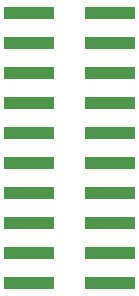
<source format=gbr>
%TF.GenerationSoftware,KiCad,Pcbnew,7.0.7-dirty*%
%TF.CreationDate,2023-09-27T11:33:23-05:00*%
%TF.ProjectId,BBB_JTAG_CTI20_SMT_TI20_SMT,4242425f-4a54-4414-975f-43544932305f,rev?*%
%TF.SameCoordinates,Original*%
%TF.FileFunction,Paste,Top*%
%TF.FilePolarity,Positive*%
%FSLAX46Y46*%
G04 Gerber Fmt 4.6, Leading zero omitted, Abs format (unit mm)*
G04 Created by KiCad (PCBNEW 7.0.7-dirty) date 2023-09-27 11:33:23*
%MOMM*%
%LPD*%
G01*
G04 APERTURE LIST*
%ADD10R,4.300000X1.020000*%
G04 APERTURE END LIST*
D10*
%TO.C,P2*%
X151951100Y-116433600D03*
X151951100Y-113893600D03*
X151951100Y-111353600D03*
X151951100Y-108813600D03*
X151951100Y-106273600D03*
X151951100Y-103733600D03*
X151951100Y-101193600D03*
X151951100Y-98653600D03*
X151951100Y-96113600D03*
X151951100Y-93573600D03*
X145051100Y-116433600D03*
X145051100Y-113893600D03*
X145051100Y-111353600D03*
X145051100Y-108813600D03*
X145051100Y-106273600D03*
X145051100Y-103733600D03*
X145051100Y-101193600D03*
X145051100Y-98653600D03*
X145051100Y-96113600D03*
X145051100Y-93573600D03*
%TD*%
M02*

</source>
